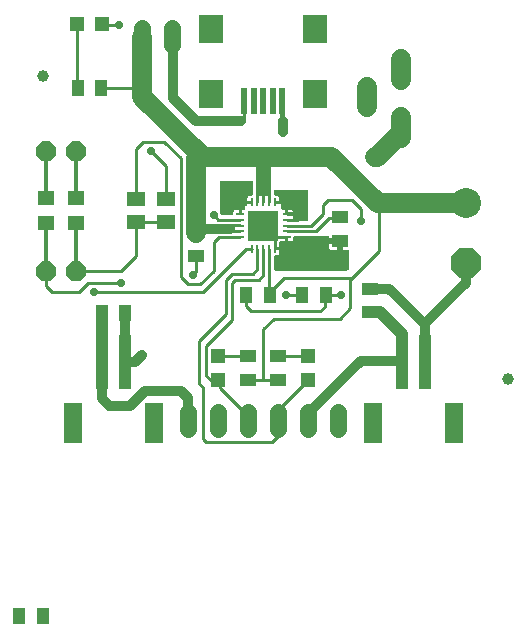
<source format=gbr>
G04 EAGLE Gerber RS-274X export*
G75*
%MOMM*%
%FSLAX34Y34*%
%LPD*%
%INTop Copper*%
%IPPOS*%
%AMOC8*
5,1,8,0,0,1.08239X$1,22.5*%
G01*
%ADD10R,0.730000X0.280000*%
%ADD11R,0.280000X0.730000*%
%ADD12R,2.500000X2.500000*%
%ADD13R,1.100000X1.400000*%
%ADD14R,1.200000X1.200000*%
%ADD15R,1.400000X1.100000*%
%ADD16R,1.000000X4.600000*%
%ADD17R,1.600000X3.400000*%
%ADD18C,0.304800*%
%ADD19P,1.814519X8X292.500000*%
%ADD20R,1.400000X1.200000*%
%ADD21R,2.000000X2.400000*%
%ADD22R,0.500000X2.308000*%
%ADD23C,2.540000*%
%ADD24P,2.749271X8X292.500000*%
%ADD25C,1.706400*%
%ADD26C,1.406400*%
%ADD27R,1.200000X0.700000*%
%ADD28R,1.600000X1.300000*%
%ADD29C,1.000000*%
%ADD30C,0.812800*%
%ADD31C,0.406400*%
%ADD32C,0.254000*%
%ADD33C,0.703200*%
%ADD34C,1.676400*%
%ADD35C,1.270000*%
%ADD36C,1.016000*%

G36*
X293488Y152416D02*
X293488Y152416D01*
X293607Y152423D01*
X293645Y152436D01*
X293686Y152441D01*
X293796Y152484D01*
X293909Y152521D01*
X293944Y152543D01*
X293981Y152558D01*
X294077Y152628D01*
X294178Y152691D01*
X294206Y152721D01*
X294239Y152744D01*
X294315Y152836D01*
X294396Y152923D01*
X294416Y152958D01*
X294441Y152989D01*
X294492Y153097D01*
X294550Y153201D01*
X294560Y153241D01*
X294577Y153277D01*
X294599Y153394D01*
X294629Y153509D01*
X294633Y153570D01*
X294637Y153590D01*
X294635Y153610D01*
X294639Y153670D01*
X294639Y168678D01*
X294624Y168796D01*
X294617Y168915D01*
X294604Y168953D01*
X294599Y168994D01*
X294556Y169104D01*
X294519Y169217D01*
X294497Y169252D01*
X294482Y169289D01*
X294413Y169385D01*
X294349Y169486D01*
X294319Y169514D01*
X294296Y169547D01*
X294204Y169623D01*
X294117Y169704D01*
X294082Y169724D01*
X294051Y169749D01*
X293943Y169800D01*
X293839Y169858D01*
X293799Y169868D01*
X293763Y169885D01*
X293646Y169907D01*
X293531Y169937D01*
X293471Y169941D01*
X293451Y169945D01*
X293430Y169943D01*
X293370Y169947D01*
X289559Y169947D01*
X289559Y176210D01*
X289544Y176328D01*
X289537Y176447D01*
X289524Y176485D01*
X289519Y176525D01*
X289475Y176636D01*
X289439Y176749D01*
X289417Y176784D01*
X289402Y176821D01*
X289332Y176917D01*
X289269Y177018D01*
X289239Y177046D01*
X289215Y177078D01*
X289124Y177154D01*
X289037Y177236D01*
X289002Y177255D01*
X288970Y177281D01*
X288863Y177332D01*
X288759Y177389D01*
X288719Y177400D01*
X288683Y177417D01*
X288566Y177439D01*
X288451Y177469D01*
X288390Y177473D01*
X288370Y177477D01*
X288350Y177475D01*
X288290Y177479D01*
X287019Y177479D01*
X287019Y178750D01*
X287004Y178868D01*
X286997Y178987D01*
X286984Y179025D01*
X286979Y179065D01*
X286935Y179176D01*
X286899Y179289D01*
X286877Y179324D01*
X286862Y179361D01*
X286792Y179457D01*
X286729Y179558D01*
X286699Y179586D01*
X286675Y179618D01*
X286584Y179694D01*
X286497Y179776D01*
X286462Y179795D01*
X286430Y179821D01*
X286323Y179872D01*
X286219Y179929D01*
X286179Y179940D01*
X286143Y179957D01*
X286026Y179979D01*
X285911Y180009D01*
X285850Y180013D01*
X285830Y180017D01*
X285810Y180015D01*
X285750Y180019D01*
X277987Y180019D01*
X277987Y180340D01*
X277972Y180458D01*
X277965Y180577D01*
X277952Y180615D01*
X277947Y180656D01*
X277904Y180766D01*
X277867Y180879D01*
X277845Y180914D01*
X277830Y180951D01*
X277761Y181047D01*
X277697Y181148D01*
X277667Y181176D01*
X277644Y181209D01*
X277552Y181285D01*
X277465Y181366D01*
X277430Y181386D01*
X277399Y181411D01*
X277291Y181462D01*
X277187Y181520D01*
X277147Y181530D01*
X277111Y181547D01*
X276994Y181569D01*
X276879Y181599D01*
X276819Y181603D01*
X276799Y181607D01*
X276778Y181605D01*
X276718Y181609D01*
X248852Y181609D01*
X248734Y181594D01*
X248615Y181587D01*
X248577Y181574D01*
X248536Y181569D01*
X248426Y181526D01*
X248312Y181489D01*
X248278Y181467D01*
X248241Y181452D01*
X248144Y181382D01*
X248044Y181319D01*
X248016Y181289D01*
X247983Y181266D01*
X247907Y181174D01*
X247826Y181087D01*
X247806Y181052D01*
X247781Y181021D01*
X247730Y180913D01*
X247672Y180809D01*
X247662Y180769D01*
X247645Y180733D01*
X247623Y180616D01*
X247593Y180501D01*
X247589Y180441D01*
X247585Y180421D01*
X247586Y180409D01*
X247585Y180405D01*
X247586Y180393D01*
X247583Y180340D01*
X247583Y178832D01*
X247444Y178315D01*
X247177Y177852D01*
X246798Y177473D01*
X246335Y177206D01*
X245818Y177067D01*
X243169Y177067D01*
X243169Y180340D01*
X243154Y180458D01*
X243147Y180577D01*
X243135Y180615D01*
X243130Y180656D01*
X243086Y180766D01*
X243049Y180879D01*
X243027Y180914D01*
X243013Y180951D01*
X242943Y181047D01*
X242879Y181148D01*
X242849Y181176D01*
X242826Y181209D01*
X242734Y181285D01*
X242647Y181366D01*
X242612Y181386D01*
X242581Y181411D01*
X242473Y181462D01*
X242369Y181520D01*
X242330Y181530D01*
X242293Y181547D01*
X242176Y181569D01*
X242061Y181599D01*
X242001Y181603D01*
X241981Y181607D01*
X241980Y181607D01*
X241960Y181605D01*
X241900Y181609D01*
X241782Y181594D01*
X241663Y181587D01*
X241624Y181574D01*
X241584Y181569D01*
X241474Y181526D01*
X241360Y181489D01*
X241326Y181467D01*
X241289Y181452D01*
X241192Y181383D01*
X241092Y181319D01*
X241064Y181289D01*
X241031Y181266D01*
X240955Y181174D01*
X240874Y181087D01*
X240854Y181052D01*
X240828Y181021D01*
X240778Y180913D01*
X240720Y180809D01*
X240710Y180769D01*
X240693Y180733D01*
X240671Y180616D01*
X240641Y180501D01*
X240637Y180441D01*
X240633Y180421D01*
X240634Y180409D01*
X240633Y180405D01*
X240634Y180392D01*
X240631Y180340D01*
X240631Y177067D01*
X237982Y177067D01*
X237672Y177150D01*
X237568Y177165D01*
X237465Y177188D01*
X237411Y177186D01*
X237357Y177193D01*
X237252Y177181D01*
X237147Y177178D01*
X237095Y177163D01*
X237041Y177157D01*
X236943Y177119D01*
X236841Y177090D01*
X236795Y177062D01*
X236745Y177043D01*
X236658Y176982D01*
X236567Y176928D01*
X236503Y176872D01*
X236485Y176859D01*
X236475Y176847D01*
X236446Y176822D01*
X235928Y176303D01*
X235863Y176220D01*
X235792Y176142D01*
X235766Y176095D01*
X235733Y176052D01*
X235691Y175955D01*
X235641Y175862D01*
X235628Y175810D01*
X235607Y175760D01*
X235590Y175656D01*
X235565Y175553D01*
X235566Y175500D01*
X235557Y175446D01*
X235567Y175341D01*
X235568Y175235D01*
X235585Y175151D01*
X235587Y175130D01*
X235592Y175115D01*
X235600Y175077D01*
X235683Y174768D01*
X235683Y172119D01*
X232410Y172119D01*
X232292Y172104D01*
X232173Y172097D01*
X232135Y172085D01*
X232094Y172080D01*
X231984Y172036D01*
X231871Y171999D01*
X231836Y171977D01*
X231799Y171963D01*
X231703Y171893D01*
X231602Y171829D01*
X231574Y171799D01*
X231541Y171776D01*
X231466Y171684D01*
X231384Y171597D01*
X231364Y171562D01*
X231339Y171531D01*
X231288Y171423D01*
X231230Y171319D01*
X231220Y171280D01*
X231203Y171243D01*
X231181Y171126D01*
X231151Y171011D01*
X231147Y170951D01*
X231143Y170931D01*
X231143Y170930D01*
X231145Y170910D01*
X231141Y170850D01*
X231156Y170732D01*
X231163Y170613D01*
X231176Y170574D01*
X231181Y170534D01*
X231224Y170424D01*
X231261Y170310D01*
X231283Y170276D01*
X231298Y170239D01*
X231368Y170142D01*
X231431Y170042D01*
X231461Y170014D01*
X231484Y169981D01*
X231576Y169905D01*
X231663Y169824D01*
X231698Y169804D01*
X231729Y169778D01*
X231837Y169728D01*
X231941Y169670D01*
X231981Y169660D01*
X232017Y169643D01*
X232134Y169621D01*
X232249Y169591D01*
X232310Y169587D01*
X232330Y169583D01*
X232350Y169584D01*
X232410Y169581D01*
X235683Y169581D01*
X235683Y166932D01*
X235544Y166415D01*
X235277Y165952D01*
X234898Y165573D01*
X234435Y165306D01*
X233918Y165167D01*
X232410Y165167D01*
X232292Y165152D01*
X232173Y165145D01*
X232135Y165132D01*
X232094Y165127D01*
X231984Y165084D01*
X231871Y165047D01*
X231836Y165025D01*
X231799Y165010D01*
X231703Y164941D01*
X231602Y164877D01*
X231574Y164847D01*
X231541Y164824D01*
X231466Y164732D01*
X231384Y164645D01*
X231364Y164610D01*
X231339Y164579D01*
X231288Y164471D01*
X231230Y164367D01*
X231220Y164327D01*
X231203Y164291D01*
X231181Y164174D01*
X231151Y164059D01*
X231147Y163999D01*
X231143Y163979D01*
X231145Y163958D01*
X231141Y163898D01*
X231141Y153670D01*
X231156Y153552D01*
X231163Y153433D01*
X231176Y153395D01*
X231181Y153354D01*
X231224Y153244D01*
X231261Y153131D01*
X231283Y153096D01*
X231298Y153059D01*
X231368Y152963D01*
X231431Y152862D01*
X231461Y152834D01*
X231484Y152801D01*
X231576Y152726D01*
X231663Y152644D01*
X231698Y152624D01*
X231729Y152599D01*
X231837Y152548D01*
X231941Y152490D01*
X231981Y152480D01*
X232017Y152463D01*
X232134Y152441D01*
X232249Y152411D01*
X232310Y152407D01*
X232330Y152403D01*
X232350Y152405D01*
X232410Y152401D01*
X293370Y152401D01*
X293488Y152416D01*
G37*
G36*
X195766Y199406D02*
X195766Y199406D01*
X195885Y199413D01*
X195923Y199426D01*
X195964Y199431D01*
X196074Y199474D01*
X196187Y199511D01*
X196222Y199533D01*
X196259Y199548D01*
X196355Y199618D01*
X196456Y199681D01*
X196484Y199711D01*
X196517Y199734D01*
X196593Y199826D01*
X196674Y199913D01*
X196694Y199948D01*
X196719Y199979D01*
X196770Y200087D01*
X196828Y200191D01*
X196838Y200231D01*
X196855Y200267D01*
X196877Y200384D01*
X196907Y200499D01*
X196911Y200560D01*
X196915Y200580D01*
X196913Y200600D01*
X196917Y200660D01*
X196917Y202168D01*
X197056Y202685D01*
X197323Y203148D01*
X197702Y203527D01*
X198165Y203794D01*
X198682Y203933D01*
X201331Y203933D01*
X201331Y200660D01*
X201346Y200542D01*
X201353Y200423D01*
X201365Y200385D01*
X201370Y200344D01*
X201414Y200234D01*
X201451Y200121D01*
X201473Y200086D01*
X201487Y200049D01*
X201557Y199953D01*
X201621Y199852D01*
X201651Y199824D01*
X201674Y199791D01*
X201766Y199716D01*
X201853Y199634D01*
X201888Y199614D01*
X201919Y199589D01*
X202027Y199538D01*
X202131Y199480D01*
X202170Y199470D01*
X202207Y199453D01*
X202324Y199431D01*
X202439Y199401D01*
X202499Y199397D01*
X202519Y199393D01*
X202520Y199393D01*
X202540Y199395D01*
X202600Y199391D01*
X202718Y199406D01*
X202837Y199413D01*
X202875Y199426D01*
X202916Y199431D01*
X203026Y199474D01*
X203140Y199511D01*
X203174Y199533D01*
X203211Y199548D01*
X203308Y199618D01*
X203408Y199681D01*
X203436Y199711D01*
X203469Y199734D01*
X203545Y199826D01*
X203626Y199913D01*
X203646Y199948D01*
X203672Y199979D01*
X203722Y200087D01*
X203780Y200191D01*
X203790Y200231D01*
X203807Y200267D01*
X203829Y200384D01*
X203859Y200499D01*
X203863Y200560D01*
X203867Y200580D01*
X203866Y200600D01*
X203869Y200660D01*
X203869Y203933D01*
X205740Y203933D01*
X205858Y203948D01*
X205977Y203955D01*
X206015Y203968D01*
X206056Y203973D01*
X206166Y204016D01*
X206279Y204053D01*
X206314Y204075D01*
X206351Y204090D01*
X206447Y204159D01*
X206548Y204223D01*
X206576Y204253D01*
X206609Y204276D01*
X206685Y204368D01*
X206766Y204455D01*
X206786Y204490D01*
X206811Y204521D01*
X206862Y204629D01*
X206920Y204733D01*
X206930Y204773D01*
X206947Y204809D01*
X206969Y204926D01*
X206999Y205041D01*
X207003Y205101D01*
X207007Y205121D01*
X207005Y205142D01*
X207009Y205202D01*
X207009Y207011D01*
X207548Y207011D01*
X207666Y207026D01*
X207785Y207033D01*
X207823Y207046D01*
X207864Y207051D01*
X207974Y207094D01*
X208087Y207131D01*
X208122Y207153D01*
X208159Y207168D01*
X208255Y207238D01*
X208356Y207301D01*
X208384Y207331D01*
X208417Y207354D01*
X208493Y207446D01*
X208574Y207533D01*
X208594Y207568D01*
X208619Y207599D01*
X208670Y207707D01*
X208728Y207811D01*
X208738Y207851D01*
X208755Y207887D01*
X208777Y208004D01*
X208807Y208119D01*
X208811Y208180D01*
X208815Y208200D01*
X208813Y208220D01*
X208817Y208280D01*
X208817Y208881D01*
X212090Y208881D01*
X212208Y208896D01*
X212327Y208903D01*
X212365Y208915D01*
X212406Y208920D01*
X212516Y208964D01*
X212629Y209001D01*
X212664Y209023D01*
X212701Y209037D01*
X212797Y209107D01*
X212898Y209171D01*
X212926Y209201D01*
X212959Y209224D01*
X213035Y209316D01*
X213116Y209403D01*
X213136Y209438D01*
X213161Y209469D01*
X213212Y209577D01*
X213270Y209681D01*
X213280Y209720D01*
X213297Y209757D01*
X213319Y209874D01*
X213349Y209989D01*
X213353Y210049D01*
X213357Y210069D01*
X213357Y210070D01*
X213355Y210090D01*
X213359Y210150D01*
X213344Y210268D01*
X213337Y210387D01*
X213324Y210425D01*
X213319Y210466D01*
X213276Y210576D01*
X213239Y210690D01*
X213217Y210724D01*
X213202Y210761D01*
X213133Y210858D01*
X213069Y210958D01*
X213039Y210986D01*
X213016Y211019D01*
X212924Y211095D01*
X212837Y211176D01*
X212802Y211196D01*
X212771Y211222D01*
X212663Y211272D01*
X212559Y211330D01*
X212519Y211340D01*
X212483Y211357D01*
X212366Y211379D01*
X212251Y211409D01*
X212191Y211413D01*
X212171Y211417D01*
X212150Y211416D01*
X212090Y211419D01*
X208817Y211419D01*
X208817Y214068D01*
X208956Y214585D01*
X209223Y215048D01*
X209602Y215427D01*
X210065Y215694D01*
X210582Y215833D01*
X212090Y215833D01*
X212208Y215848D01*
X212327Y215855D01*
X212365Y215868D01*
X212406Y215873D01*
X212516Y215916D01*
X212629Y215953D01*
X212664Y215975D01*
X212701Y215990D01*
X212797Y216059D01*
X212898Y216123D01*
X212926Y216153D01*
X212959Y216176D01*
X213035Y216268D01*
X213116Y216355D01*
X213136Y216390D01*
X213161Y216421D01*
X213212Y216529D01*
X213270Y216633D01*
X213280Y216673D01*
X213297Y216709D01*
X213319Y216826D01*
X213349Y216941D01*
X213353Y217001D01*
X213357Y217021D01*
X213355Y217042D01*
X213359Y217102D01*
X213359Y227330D01*
X213344Y227448D01*
X213337Y227567D01*
X213324Y227605D01*
X213319Y227646D01*
X213276Y227756D01*
X213239Y227869D01*
X213217Y227904D01*
X213202Y227941D01*
X213133Y228037D01*
X213069Y228138D01*
X213039Y228166D01*
X213016Y228199D01*
X212924Y228275D01*
X212837Y228356D01*
X212802Y228376D01*
X212771Y228401D01*
X212663Y228452D01*
X212559Y228510D01*
X212519Y228520D01*
X212483Y228537D01*
X212366Y228559D01*
X212251Y228589D01*
X212191Y228593D01*
X212171Y228597D01*
X212150Y228595D01*
X212090Y228599D01*
X186690Y228599D01*
X186572Y228584D01*
X186453Y228577D01*
X186415Y228564D01*
X186374Y228559D01*
X186264Y228516D01*
X186151Y228479D01*
X186116Y228457D01*
X186079Y228442D01*
X185983Y228373D01*
X185882Y228309D01*
X185854Y228279D01*
X185821Y228256D01*
X185746Y228164D01*
X185664Y228077D01*
X185644Y228042D01*
X185619Y228011D01*
X185568Y227903D01*
X185510Y227799D01*
X185500Y227759D01*
X185483Y227723D01*
X185461Y227606D01*
X185431Y227491D01*
X185427Y227431D01*
X185423Y227411D01*
X185424Y227399D01*
X185423Y227395D01*
X185424Y227382D01*
X185421Y227330D01*
X185421Y201876D01*
X185422Y201867D01*
X185421Y201857D01*
X185442Y201709D01*
X185442Y201706D01*
X185443Y201692D01*
X185445Y201688D01*
X185461Y201560D01*
X185464Y201552D01*
X185465Y201543D01*
X185517Y201390D01*
X185910Y200443D01*
X185911Y200423D01*
X185924Y200385D01*
X185929Y200344D01*
X185972Y200234D01*
X186009Y200121D01*
X186031Y200086D01*
X186046Y200049D01*
X186115Y199953D01*
X186179Y199852D01*
X186209Y199824D01*
X186232Y199791D01*
X186324Y199716D01*
X186411Y199634D01*
X186446Y199614D01*
X186477Y199589D01*
X186585Y199538D01*
X186689Y199480D01*
X186729Y199470D01*
X186765Y199453D01*
X186882Y199431D01*
X186997Y199401D01*
X187057Y199397D01*
X187077Y199393D01*
X187098Y199395D01*
X187158Y199391D01*
X195648Y199391D01*
X195766Y199406D01*
G37*
G36*
X259198Y194326D02*
X259198Y194326D01*
X259317Y194333D01*
X259355Y194346D01*
X259396Y194351D01*
X259506Y194394D01*
X259619Y194431D01*
X259654Y194453D01*
X259691Y194468D01*
X259787Y194538D01*
X259888Y194601D01*
X259916Y194631D01*
X259949Y194654D01*
X260025Y194746D01*
X260106Y194833D01*
X260126Y194868D01*
X260151Y194899D01*
X260202Y195007D01*
X260260Y195111D01*
X260270Y195151D01*
X260287Y195187D01*
X260309Y195304D01*
X260339Y195419D01*
X260343Y195480D01*
X260347Y195500D01*
X260345Y195520D01*
X260349Y195580D01*
X260349Y219710D01*
X260334Y219828D01*
X260327Y219947D01*
X260314Y219985D01*
X260309Y220026D01*
X260266Y220136D01*
X260229Y220249D01*
X260207Y220284D01*
X260192Y220321D01*
X260123Y220417D01*
X260059Y220518D01*
X260029Y220546D01*
X260006Y220579D01*
X259914Y220655D01*
X259827Y220736D01*
X259792Y220756D01*
X259761Y220781D01*
X259653Y220832D01*
X259549Y220890D01*
X259509Y220900D01*
X259473Y220917D01*
X259356Y220939D01*
X259241Y220969D01*
X259181Y220973D01*
X259161Y220977D01*
X259140Y220975D01*
X259080Y220979D01*
X232410Y220979D01*
X232292Y220964D01*
X232173Y220957D01*
X232135Y220944D01*
X232094Y220939D01*
X231984Y220896D01*
X231871Y220859D01*
X231836Y220837D01*
X231799Y220822D01*
X231703Y220753D01*
X231602Y220689D01*
X231574Y220659D01*
X231541Y220636D01*
X231466Y220544D01*
X231384Y220457D01*
X231364Y220422D01*
X231339Y220391D01*
X231288Y220283D01*
X231230Y220179D01*
X231220Y220139D01*
X231203Y220103D01*
X231181Y219986D01*
X231151Y219871D01*
X231147Y219811D01*
X231143Y219791D01*
X231144Y219780D01*
X231143Y219776D01*
X231144Y219763D01*
X231141Y219710D01*
X231141Y217102D01*
X231156Y216984D01*
X231163Y216865D01*
X231176Y216827D01*
X231181Y216786D01*
X231224Y216676D01*
X231261Y216562D01*
X231283Y216528D01*
X231298Y216491D01*
X231368Y216394D01*
X231431Y216294D01*
X231461Y216266D01*
X231484Y216233D01*
X231576Y216157D01*
X231663Y216076D01*
X231698Y216056D01*
X231729Y216031D01*
X231837Y215980D01*
X231941Y215922D01*
X231981Y215912D01*
X232017Y215895D01*
X232134Y215873D01*
X232249Y215843D01*
X232309Y215839D01*
X232330Y215835D01*
X232350Y215837D01*
X232410Y215833D01*
X233918Y215833D01*
X234435Y215694D01*
X234898Y215427D01*
X235277Y215048D01*
X235544Y214585D01*
X235683Y214068D01*
X235683Y211419D01*
X232410Y211419D01*
X232292Y211404D01*
X232173Y211397D01*
X232135Y211385D01*
X232094Y211380D01*
X231984Y211336D01*
X231871Y211299D01*
X231836Y211277D01*
X231799Y211263D01*
X231703Y211193D01*
X231602Y211129D01*
X231574Y211099D01*
X231541Y211076D01*
X231466Y210984D01*
X231384Y210897D01*
X231364Y210862D01*
X231339Y210831D01*
X231288Y210723D01*
X231230Y210619D01*
X231220Y210580D01*
X231203Y210543D01*
X231181Y210426D01*
X231151Y210311D01*
X231147Y210251D01*
X231143Y210231D01*
X231143Y210230D01*
X231145Y210210D01*
X231141Y210150D01*
X231156Y210032D01*
X231163Y209913D01*
X231176Y209874D01*
X231181Y209834D01*
X231224Y209724D01*
X231261Y209610D01*
X231283Y209576D01*
X231298Y209539D01*
X231368Y209442D01*
X231431Y209342D01*
X231461Y209314D01*
X231484Y209281D01*
X231576Y209205D01*
X231663Y209124D01*
X231698Y209104D01*
X231729Y209078D01*
X231837Y209028D01*
X231941Y208970D01*
X231981Y208960D01*
X232017Y208943D01*
X232134Y208921D01*
X232249Y208891D01*
X232310Y208887D01*
X232330Y208883D01*
X232350Y208884D01*
X232410Y208881D01*
X235882Y208881D01*
X235909Y208843D01*
X235973Y208742D01*
X236003Y208714D01*
X236026Y208681D01*
X236118Y208606D01*
X236205Y208524D01*
X236240Y208504D01*
X236271Y208479D01*
X236379Y208428D01*
X236483Y208370D01*
X236523Y208360D01*
X236559Y208343D01*
X236676Y208321D01*
X236791Y208291D01*
X236851Y208287D01*
X236871Y208283D01*
X236892Y208285D01*
X236952Y208281D01*
X237491Y208281D01*
X237491Y205202D01*
X237506Y205084D01*
X237513Y204965D01*
X237526Y204927D01*
X237531Y204886D01*
X237574Y204776D01*
X237611Y204663D01*
X237633Y204628D01*
X237648Y204591D01*
X237718Y204495D01*
X237781Y204394D01*
X237811Y204366D01*
X237834Y204333D01*
X237926Y204257D01*
X238013Y204176D01*
X238048Y204156D01*
X238079Y204131D01*
X238187Y204080D01*
X238291Y204022D01*
X238331Y204012D01*
X238367Y203995D01*
X238484Y203973D01*
X238599Y203943D01*
X238660Y203939D01*
X238680Y203935D01*
X238700Y203937D01*
X238760Y203933D01*
X240631Y203933D01*
X240631Y200500D01*
X240646Y200382D01*
X240653Y200263D01*
X240665Y200225D01*
X240670Y200185D01*
X240714Y200074D01*
X240751Y199961D01*
X240773Y199927D01*
X240787Y199889D01*
X240857Y199793D01*
X240921Y199692D01*
X240922Y199692D01*
X240951Y199664D01*
X240974Y199632D01*
X240975Y199631D01*
X241067Y199555D01*
X241153Y199474D01*
X241189Y199454D01*
X241220Y199428D01*
X241327Y199378D01*
X241432Y199320D01*
X241471Y199310D01*
X241507Y199293D01*
X241624Y199271D01*
X241740Y199241D01*
X241800Y199237D01*
X241820Y199233D01*
X241840Y199234D01*
X241900Y199231D01*
X247583Y199231D01*
X247583Y198832D01*
X247448Y198329D01*
X247435Y198237D01*
X247413Y198147D01*
X247414Y198080D01*
X247405Y198013D01*
X247415Y197922D01*
X247416Y197829D01*
X247439Y197714D01*
X247441Y197698D01*
X247444Y197690D01*
X247448Y197671D01*
X247583Y197168D01*
X247583Y195580D01*
X247598Y195462D01*
X247605Y195343D01*
X247618Y195305D01*
X247623Y195264D01*
X247666Y195154D01*
X247703Y195041D01*
X247725Y195006D01*
X247740Y194969D01*
X247809Y194873D01*
X247873Y194772D01*
X247903Y194744D01*
X247926Y194711D01*
X248018Y194636D01*
X248105Y194554D01*
X248140Y194534D01*
X248171Y194509D01*
X248279Y194458D01*
X248383Y194400D01*
X248423Y194390D01*
X248459Y194373D01*
X248576Y194351D01*
X248691Y194321D01*
X248751Y194317D01*
X248771Y194313D01*
X248792Y194315D01*
X248852Y194311D01*
X259080Y194311D01*
X259198Y194326D01*
G37*
G36*
X217368Y208896D02*
X217368Y208896D01*
X217487Y208903D01*
X217525Y208916D01*
X217566Y208921D01*
X217676Y208965D01*
X217790Y209001D01*
X217824Y209023D01*
X217861Y209038D01*
X217958Y209108D01*
X218058Y209172D01*
X218086Y209201D01*
X218119Y209225D01*
X218195Y209317D01*
X218276Y209403D01*
X218296Y209439D01*
X218322Y209470D01*
X218372Y209577D01*
X218430Y209682D01*
X218440Y209721D01*
X218457Y209757D01*
X218479Y209874D01*
X218509Y209990D01*
X218513Y210050D01*
X218517Y210070D01*
X218516Y210090D01*
X218519Y210150D01*
X218519Y215833D01*
X218918Y215833D01*
X219421Y215698D01*
X219513Y215685D01*
X219603Y215663D01*
X219670Y215664D01*
X219737Y215655D01*
X219828Y215665D01*
X219921Y215666D01*
X220036Y215689D01*
X220052Y215691D01*
X220060Y215694D01*
X220079Y215698D01*
X220582Y215833D01*
X220981Y215833D01*
X220981Y210150D01*
X220996Y210032D01*
X221003Y209913D01*
X221015Y209875D01*
X221020Y209835D01*
X221064Y209724D01*
X221101Y209611D01*
X221123Y209577D01*
X221137Y209539D01*
X221207Y209443D01*
X221271Y209342D01*
X221301Y209314D01*
X221324Y209282D01*
X221416Y209206D01*
X221503Y209124D01*
X221538Y209105D01*
X221569Y209079D01*
X221677Y209028D01*
X221781Y208971D01*
X221820Y208961D01*
X221857Y208943D01*
X221974Y208921D01*
X222089Y208891D01*
X222149Y208887D01*
X222169Y208884D01*
X222170Y208884D01*
X222190Y208885D01*
X222250Y208881D01*
X222368Y208896D01*
X222487Y208903D01*
X222525Y208916D01*
X222566Y208921D01*
X222676Y208965D01*
X222790Y209001D01*
X222824Y209023D01*
X222861Y209038D01*
X222958Y209108D01*
X223058Y209172D01*
X223086Y209201D01*
X223119Y209225D01*
X223195Y209317D01*
X223276Y209403D01*
X223296Y209439D01*
X223322Y209470D01*
X223372Y209577D01*
X223430Y209682D01*
X223440Y209721D01*
X223457Y209757D01*
X223479Y209874D01*
X223509Y209990D01*
X223513Y210050D01*
X223517Y210070D01*
X223516Y210090D01*
X223519Y210150D01*
X223519Y215833D01*
X223918Y215833D01*
X224421Y215698D01*
X224513Y215685D01*
X224603Y215663D01*
X224670Y215664D01*
X224737Y215655D01*
X224828Y215665D01*
X224921Y215666D01*
X225036Y215689D01*
X225052Y215691D01*
X225060Y215694D01*
X225079Y215698D01*
X225582Y215833D01*
X225981Y215833D01*
X225981Y210150D01*
X225996Y210032D01*
X226003Y209913D01*
X226015Y209875D01*
X226020Y209835D01*
X226064Y209724D01*
X226101Y209611D01*
X226123Y209577D01*
X226137Y209539D01*
X226207Y209443D01*
X226271Y209342D01*
X226301Y209314D01*
X226324Y209282D01*
X226416Y209206D01*
X226503Y209124D01*
X226538Y209105D01*
X226569Y209079D01*
X226677Y209028D01*
X226781Y208971D01*
X226820Y208961D01*
X226857Y208943D01*
X226974Y208921D01*
X227089Y208891D01*
X227149Y208887D01*
X227169Y208884D01*
X227170Y208884D01*
X227190Y208885D01*
X227250Y208881D01*
X227368Y208896D01*
X227487Y208903D01*
X227525Y208916D01*
X227566Y208921D01*
X227676Y208965D01*
X227790Y209001D01*
X227824Y209023D01*
X227861Y209038D01*
X227958Y209108D01*
X228058Y209172D01*
X228086Y209201D01*
X228119Y209225D01*
X228195Y209317D01*
X228276Y209403D01*
X228296Y209439D01*
X228322Y209470D01*
X228372Y209577D01*
X228430Y209682D01*
X228440Y209721D01*
X228457Y209757D01*
X228479Y209874D01*
X228509Y209990D01*
X228513Y210050D01*
X228517Y210070D01*
X228516Y210090D01*
X228519Y210150D01*
X228519Y216671D01*
X228520Y216673D01*
X228537Y216709D01*
X228559Y216826D01*
X228589Y216941D01*
X228593Y217001D01*
X228597Y217021D01*
X228595Y217042D01*
X228599Y217102D01*
X228599Y255270D01*
X228584Y255388D01*
X228577Y255507D01*
X228564Y255545D01*
X228559Y255586D01*
X228516Y255696D01*
X228479Y255809D01*
X228457Y255844D01*
X228442Y255881D01*
X228373Y255977D01*
X228309Y256078D01*
X228279Y256106D01*
X228256Y256139D01*
X228164Y256215D01*
X228077Y256296D01*
X228042Y256316D01*
X228011Y256341D01*
X227903Y256392D01*
X227799Y256450D01*
X227759Y256460D01*
X227723Y256477D01*
X227606Y256499D01*
X227491Y256529D01*
X227431Y256533D01*
X227411Y256537D01*
X227390Y256535D01*
X227330Y256539D01*
X217170Y256539D01*
X217052Y256524D01*
X216933Y256517D01*
X216895Y256504D01*
X216854Y256499D01*
X216744Y256456D01*
X216631Y256419D01*
X216596Y256397D01*
X216559Y256382D01*
X216463Y256313D01*
X216362Y256249D01*
X216334Y256219D01*
X216301Y256196D01*
X216226Y256104D01*
X216144Y256017D01*
X216124Y255982D01*
X216099Y255951D01*
X216048Y255843D01*
X215990Y255739D01*
X215980Y255699D01*
X215963Y255663D01*
X215941Y255546D01*
X215911Y255431D01*
X215907Y255371D01*
X215903Y255351D01*
X215905Y255330D01*
X215901Y255270D01*
X215901Y217102D01*
X215916Y216984D01*
X215923Y216865D01*
X215936Y216827D01*
X215941Y216786D01*
X215981Y216685D01*
X215981Y210150D01*
X215996Y210032D01*
X216003Y209913D01*
X216015Y209875D01*
X216020Y209835D01*
X216064Y209724D01*
X216101Y209611D01*
X216123Y209577D01*
X216137Y209539D01*
X216207Y209443D01*
X216271Y209342D01*
X216301Y209314D01*
X216324Y209282D01*
X216416Y209206D01*
X216503Y209124D01*
X216538Y209105D01*
X216569Y209079D01*
X216677Y209028D01*
X216781Y208971D01*
X216820Y208961D01*
X216857Y208943D01*
X216974Y208921D01*
X217089Y208891D01*
X217149Y208887D01*
X217169Y208884D01*
X217170Y208884D01*
X217190Y208885D01*
X217250Y208881D01*
X217368Y208896D01*
G37*
G36*
X195766Y184166D02*
X195766Y184166D01*
X195885Y184173D01*
X195923Y184186D01*
X195964Y184191D01*
X196065Y184231D01*
X202600Y184231D01*
X202718Y184246D01*
X202837Y184253D01*
X202875Y184265D01*
X202915Y184270D01*
X203026Y184314D01*
X203139Y184351D01*
X203173Y184373D01*
X203211Y184387D01*
X203307Y184457D01*
X203408Y184521D01*
X203436Y184551D01*
X203468Y184574D01*
X203544Y184666D01*
X203626Y184753D01*
X203645Y184788D01*
X203671Y184819D01*
X203722Y184927D01*
X203779Y185031D01*
X203789Y185070D01*
X203807Y185107D01*
X203829Y185224D01*
X203859Y185339D01*
X203863Y185399D01*
X203866Y185419D01*
X203866Y185420D01*
X203865Y185440D01*
X203869Y185500D01*
X203854Y185618D01*
X203847Y185737D01*
X203834Y185775D01*
X203829Y185816D01*
X203785Y185926D01*
X203749Y186040D01*
X203727Y186074D01*
X203712Y186111D01*
X203642Y186208D01*
X203578Y186308D01*
X203549Y186336D01*
X203525Y186369D01*
X203433Y186445D01*
X203347Y186526D01*
X203311Y186546D01*
X203280Y186572D01*
X203173Y186622D01*
X203068Y186680D01*
X203029Y186690D01*
X202993Y186707D01*
X202876Y186729D01*
X202760Y186759D01*
X202700Y186763D01*
X202680Y186767D01*
X202660Y186766D01*
X202600Y186769D01*
X196917Y186769D01*
X196917Y187168D01*
X197052Y187671D01*
X197065Y187763D01*
X197087Y187853D01*
X197086Y187920D01*
X197095Y187987D01*
X197085Y188078D01*
X197084Y188171D01*
X197061Y188286D01*
X197059Y188302D01*
X197056Y188310D01*
X197052Y188329D01*
X196917Y188832D01*
X196917Y189231D01*
X202600Y189231D01*
X202718Y189246D01*
X202837Y189253D01*
X202875Y189265D01*
X202915Y189270D01*
X203026Y189314D01*
X203139Y189351D01*
X203173Y189373D01*
X203211Y189387D01*
X203307Y189457D01*
X203408Y189521D01*
X203436Y189551D01*
X203468Y189574D01*
X203544Y189666D01*
X203626Y189753D01*
X203645Y189788D01*
X203671Y189819D01*
X203722Y189927D01*
X203779Y190031D01*
X203789Y190070D01*
X203807Y190107D01*
X203829Y190224D01*
X203859Y190339D01*
X203863Y190399D01*
X203866Y190419D01*
X203866Y190420D01*
X203865Y190440D01*
X203869Y190500D01*
X203854Y190618D01*
X203847Y190737D01*
X203834Y190775D01*
X203829Y190816D01*
X203785Y190926D01*
X203749Y191039D01*
X203727Y191074D01*
X203712Y191111D01*
X203642Y191207D01*
X203578Y191308D01*
X203549Y191336D01*
X203525Y191369D01*
X203433Y191445D01*
X203347Y191526D01*
X203311Y191546D01*
X203280Y191571D01*
X203173Y191622D01*
X203068Y191680D01*
X203029Y191690D01*
X202993Y191707D01*
X202876Y191729D01*
X202760Y191759D01*
X202700Y191763D01*
X202680Y191767D01*
X202660Y191765D01*
X202600Y191769D01*
X176530Y191769D01*
X176412Y191754D01*
X176293Y191747D01*
X176255Y191734D01*
X176214Y191729D01*
X176104Y191686D01*
X175991Y191649D01*
X175956Y191627D01*
X175919Y191612D01*
X175823Y191543D01*
X175722Y191479D01*
X175694Y191449D01*
X175661Y191426D01*
X175586Y191334D01*
X175504Y191247D01*
X175484Y191212D01*
X175459Y191181D01*
X175408Y191073D01*
X175350Y190969D01*
X175340Y190929D01*
X175323Y190893D01*
X175301Y190776D01*
X175271Y190661D01*
X175267Y190601D01*
X175263Y190581D01*
X175263Y190578D01*
X175264Y190559D01*
X175261Y190500D01*
X175261Y185420D01*
X175276Y185302D01*
X175283Y185183D01*
X175296Y185145D01*
X175301Y185104D01*
X175344Y184994D01*
X175381Y184881D01*
X175403Y184846D01*
X175418Y184809D01*
X175488Y184713D01*
X175551Y184612D01*
X175581Y184584D01*
X175604Y184551D01*
X175696Y184476D01*
X175783Y184394D01*
X175818Y184374D01*
X175849Y184349D01*
X175957Y184298D01*
X176061Y184240D01*
X176101Y184230D01*
X176137Y184213D01*
X176254Y184191D01*
X176369Y184161D01*
X176430Y184157D01*
X176450Y184153D01*
X176470Y184155D01*
X176530Y184151D01*
X195648Y184151D01*
X195766Y184166D01*
G37*
%LPC*%
G36*
X279752Y169947D02*
X279752Y169947D01*
X279235Y170086D01*
X278772Y170353D01*
X278393Y170732D01*
X278126Y171195D01*
X277987Y171712D01*
X277987Y174941D01*
X284481Y174941D01*
X284481Y169947D01*
X279752Y169947D01*
G37*
%LPD*%
%LPC*%
G36*
X243169Y201769D02*
X243169Y201769D01*
X243169Y203933D01*
X245818Y203933D01*
X246335Y203794D01*
X246798Y203527D01*
X247177Y203148D01*
X247444Y202685D01*
X247583Y202168D01*
X247583Y201769D01*
X243169Y201769D01*
G37*
%LPD*%
D10*
X202600Y200500D03*
X202600Y195500D03*
X202600Y190500D03*
X202600Y185500D03*
X202600Y180500D03*
D11*
X212250Y170850D03*
X217250Y170850D03*
X222250Y170850D03*
X227250Y170850D03*
X232250Y170850D03*
D10*
X241900Y180500D03*
X241900Y185500D03*
X241900Y190500D03*
X241900Y195500D03*
X241900Y200500D03*
D11*
X232250Y210150D03*
X227250Y210150D03*
X222250Y210150D03*
X217250Y210150D03*
X212250Y210150D03*
D12*
X222250Y190500D03*
D13*
X207800Y131600D03*
X227800Y131600D03*
X274950Y131600D03*
X254950Y131600D03*
D14*
X85590Y361300D03*
X64590Y361300D03*
X260350Y59350D03*
X260350Y80350D03*
X184150Y59350D03*
X184150Y80350D03*
D15*
X209550Y79850D03*
X209550Y59850D03*
X234950Y79850D03*
X234950Y59850D03*
D13*
X65090Y306690D03*
X85090Y306690D03*
D15*
X312420Y117000D03*
X312420Y137000D03*
D13*
X85250Y116840D03*
X105250Y116840D03*
D15*
X165100Y184300D03*
X165100Y164300D03*
D16*
X359250Y75100D03*
X339250Y75100D03*
D17*
X383250Y23100D03*
X315250Y23100D03*
D16*
X105250Y75100D03*
X85250Y75100D03*
D17*
X129250Y23100D03*
X61250Y23100D03*
D18*
X38100Y214200D02*
X38100Y248200D01*
X38100Y193200D02*
X38100Y152200D01*
D19*
X38100Y254000D03*
X38100Y152400D03*
D20*
X38100Y213454D03*
X38100Y192946D03*
D15*
X287020Y177480D03*
X287020Y197480D03*
D21*
X266250Y301550D03*
D22*
X238250Y295910D03*
X230250Y295910D03*
X222250Y295910D03*
X214250Y295910D03*
X206250Y295910D03*
D21*
X266250Y356550D03*
X178250Y301550D03*
X178250Y356550D03*
D23*
X393700Y209550D03*
D24*
X393700Y158750D03*
D25*
X338420Y314008D02*
X338420Y331072D01*
X338420Y282072D02*
X338420Y265008D01*
X310420Y291008D02*
X310420Y308072D01*
D26*
X144780Y343488D02*
X144780Y357552D01*
X119380Y357552D02*
X119380Y343488D01*
D27*
X279950Y248920D03*
X316950Y248920D03*
D28*
X114300Y212700D03*
X114300Y193700D03*
X139700Y212700D03*
X139700Y193700D03*
D26*
X209550Y32432D02*
X209550Y18368D01*
X234950Y18368D02*
X234950Y32432D01*
X260350Y32432D02*
X260350Y18368D01*
X285750Y18368D02*
X285750Y32432D01*
X158750Y32432D02*
X158750Y18368D01*
X184150Y18368D02*
X184150Y32432D01*
D18*
X63500Y214200D02*
X63500Y248200D01*
X63500Y193200D02*
X63500Y152200D01*
D19*
X63500Y254000D03*
X63500Y152400D03*
D20*
X63500Y213454D03*
X63500Y192946D03*
D29*
X35560Y317500D03*
X429260Y60960D03*
D13*
X15400Y-139700D03*
X35400Y-139700D03*
D30*
X359250Y75100D02*
X359250Y106840D01*
X328930Y137160D01*
X312580Y137160D01*
D31*
X312420Y137000D01*
D30*
X119380Y81280D02*
X113200Y75100D01*
X105250Y75100D02*
X105250Y116840D01*
X105250Y75100D02*
X113200Y75100D01*
D32*
X232250Y180500D02*
X222250Y198120D01*
X232250Y180500D02*
X241900Y180500D01*
X232250Y180180D02*
X232250Y170850D01*
X232250Y180180D02*
X232410Y180340D01*
X241780Y131600D02*
X254950Y131600D01*
X241780Y131600D02*
X241300Y132080D01*
X165100Y151130D02*
X165100Y164300D01*
X165100Y151130D02*
X162560Y148590D01*
X139700Y212700D02*
X139700Y241300D01*
X127000Y254000D01*
X206250Y282450D02*
X206250Y295910D01*
X206250Y282450D02*
X203200Y279400D01*
D30*
X165100Y279400D01*
X146050Y298450D01*
X146050Y349250D01*
X144780Y350520D01*
D31*
X222250Y190500D02*
X229870Y190500D01*
D30*
X359250Y107790D02*
X359250Y106840D01*
X393700Y142240D02*
X393700Y158750D01*
X393700Y142240D02*
X359250Y107790D01*
D33*
X255270Y156210D03*
X257810Y166370D03*
X266700Y177800D03*
X119380Y81280D03*
X222250Y198120D03*
X241300Y132080D03*
X162560Y148590D03*
X127000Y254000D03*
X222250Y182880D03*
X214630Y190500D03*
X229870Y190500D03*
D34*
X215900Y248920D02*
X205740Y248920D01*
X203200Y248920D01*
X170180Y248920D01*
X119380Y299720D02*
X119380Y303530D01*
X119380Y350520D01*
X119380Y299720D02*
X168275Y250825D01*
X170180Y248920D01*
X325670Y209550D02*
X393700Y209550D01*
X165100Y184300D02*
X165100Y247650D01*
X168275Y250825D01*
D32*
X227250Y170850D02*
X227250Y132150D01*
X227800Y131600D01*
D30*
X167790Y184300D02*
X165100Y184300D01*
X167790Y184300D02*
X171450Y187960D01*
X194310Y187960D01*
D32*
X116190Y306690D02*
X85090Y306690D01*
X116190Y306690D02*
X119380Y303530D01*
X209550Y59850D02*
X222250Y59850D01*
X234950Y59850D01*
X227800Y131600D02*
X227800Y133820D01*
X240030Y146050D01*
X231140Y111760D02*
X222250Y102870D01*
X222250Y59850D01*
X297180Y146050D02*
X320040Y168910D01*
X320040Y208830D01*
X325670Y209550D01*
X297180Y146050D02*
X240030Y146050D01*
X217250Y210150D02*
X217250Y253920D01*
X215900Y248920D01*
X231140Y111760D02*
X287020Y111760D01*
X295910Y120650D01*
X295910Y144780D01*
X297180Y146050D01*
D34*
X279950Y248920D02*
X215900Y248920D01*
X319320Y209550D02*
X325670Y209550D01*
X319320Y209550D02*
X279950Y248920D01*
D35*
X203750Y249470D02*
X203200Y248920D01*
X205020Y249640D02*
X205740Y248920D01*
D32*
X202600Y195500D02*
X184230Y195500D01*
X180340Y199390D01*
X207800Y131600D02*
X207800Y122400D01*
X212090Y118110D01*
X270510Y118110D01*
X274320Y121920D01*
X274320Y130970D01*
X274950Y131600D01*
X275430Y132080D02*
X288290Y132080D01*
X275430Y132080D02*
X274950Y131600D01*
D33*
X180340Y199390D03*
X288290Y132080D03*
D32*
X212250Y170850D02*
X207680Y170850D01*
X171450Y134620D01*
X78740Y134620D01*
X86210Y360680D02*
X100330Y360680D01*
X86210Y360680D02*
X85590Y361300D01*
D33*
X78740Y134620D03*
X100330Y360680D03*
D32*
X234950Y33950D02*
X234950Y25400D01*
X234950Y33950D02*
X260350Y59350D01*
X217250Y153750D02*
X217250Y170850D01*
X217250Y153750D02*
X213360Y149860D01*
X195580Y149860D01*
X190500Y144780D01*
X190500Y115570D01*
X171450Y10160D02*
X173990Y7620D01*
X229870Y7620D01*
X234950Y12700D01*
X234950Y25400D01*
X171450Y10160D02*
X171450Y53340D01*
X167640Y57150D01*
X167640Y92710D01*
X190500Y115570D01*
X222250Y148590D02*
X222250Y170850D01*
X222250Y148590D02*
X218440Y144780D01*
X198120Y144780D01*
X195580Y142240D01*
X184150Y59350D02*
X185080Y58420D01*
X209550Y29210D02*
X209550Y25400D01*
X209550Y29210D02*
X185420Y53340D01*
X185420Y58080D01*
X184150Y59350D01*
X195580Y110490D02*
X195580Y142240D01*
X195580Y110490D02*
X173990Y88900D01*
X173990Y63500D01*
X177800Y59690D01*
X183810Y59690D01*
X184150Y59350D01*
X184150Y80350D02*
X209050Y80350D01*
X209550Y79850D01*
X234950Y79850D02*
X259850Y79850D01*
X260350Y80350D01*
X64590Y307190D02*
X64590Y361300D01*
X64590Y307190D02*
X65090Y306690D01*
X241900Y185500D02*
X266780Y185500D01*
X278130Y196850D01*
X286390Y196850D01*
X287020Y197480D01*
X262890Y190500D02*
X241900Y190500D01*
X262890Y190500D02*
X273050Y200660D01*
X273050Y208280D01*
X276860Y212090D01*
X297180Y212090D01*
X304800Y204470D01*
X304800Y194310D01*
X101600Y142240D02*
X73660Y142240D01*
X66040Y134620D01*
X43180Y134620D01*
X38100Y139700D01*
X38100Y152400D01*
D33*
X304800Y194310D03*
X101600Y142240D03*
D36*
X339250Y98900D02*
X339250Y75100D01*
X321150Y117000D02*
X312420Y117000D01*
X321150Y117000D02*
X339250Y98900D01*
D30*
X304800Y76200D02*
X260350Y31750D01*
X304800Y76200D02*
X338150Y76200D01*
X339250Y75100D01*
X260350Y31750D02*
X260350Y25400D01*
D33*
X193040Y222250D03*
D32*
X184310Y180500D02*
X202600Y180500D01*
X184310Y180500D02*
X180340Y176530D01*
X180340Y152400D01*
X168910Y140970D01*
X158750Y140970D01*
X152400Y147320D01*
X152400Y247650D01*
X138430Y261620D01*
X120650Y261620D01*
X114300Y255270D01*
X114300Y212700D01*
X114300Y193700D02*
X139700Y193700D01*
X101600Y152400D02*
X63500Y152400D01*
X101600Y152400D02*
X114300Y165100D01*
X114300Y193700D01*
D34*
X338420Y268570D02*
X338420Y273540D01*
X318770Y248920D02*
X316950Y248920D01*
X318770Y248920D02*
X338420Y268570D01*
D36*
X85250Y116840D02*
X85250Y75100D01*
D30*
X152400Y50800D02*
X158750Y44450D01*
X152400Y50800D02*
X121920Y50800D01*
X109220Y38100D01*
X91440Y38100D01*
X85250Y44290D02*
X85250Y75100D01*
X85250Y44290D02*
X91440Y38100D01*
D32*
X251460Y214630D02*
X248920Y217170D01*
D30*
X158750Y44450D02*
X158750Y25400D01*
D32*
X241900Y195500D02*
X251380Y195500D01*
X251460Y195580D01*
X251460Y200660D01*
X242060Y200660D01*
X241900Y200500D01*
D33*
X251460Y214630D03*
D31*
X238250Y282450D02*
X238250Y295910D01*
X238250Y282450D02*
X238760Y279400D01*
D30*
X238760Y269960D01*
M02*

</source>
